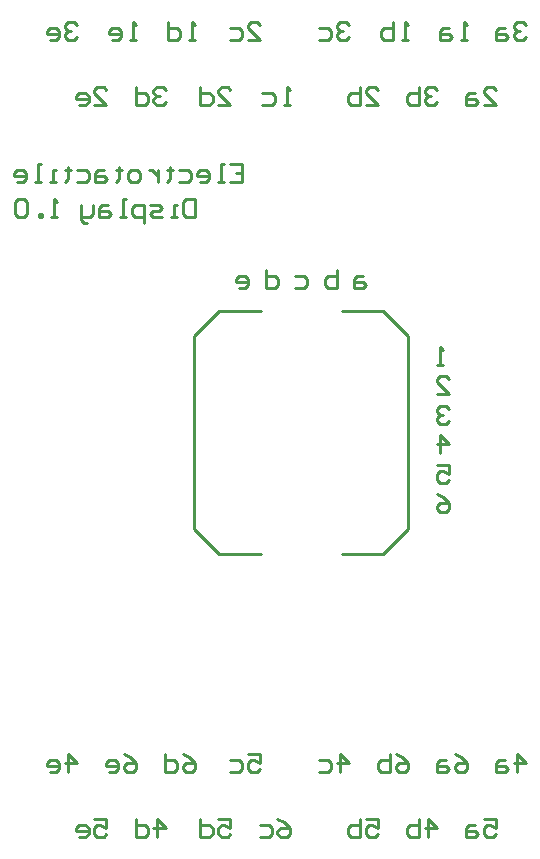
<source format=gbo>
G04*
G04 #@! TF.GenerationSoftware,Altium Limited,CircuitStudio,1.5.2 (30)*
G04*
G04 Layer_Color=13948096*
%FSLAX42Y42*%
%MOMM*%
G71*
G01*
G75*
%ADD10C,0.25*%
D10*
X4135Y4295D02*
X4345Y4085D01*
X4135Y5935D02*
X4345Y6145D01*
X5735D02*
X5945Y5935D01*
X5735Y4085D02*
X5945Y4295D01*
X5385Y6145D02*
X5735D01*
X5945Y5580D02*
Y5930D01*
Y4295D02*
Y5590D01*
X5380Y4085D02*
X5730D01*
X4345D02*
X4695D01*
X4135Y4300D02*
Y5585D01*
Y5935D01*
X4350Y6145D02*
X4700D01*
X6338Y2392D02*
X6389Y2367D01*
X6440Y2316D01*
Y2265D01*
X6415Y2240D01*
X6364D01*
X6338Y2265D01*
Y2291D01*
X6364Y2316D01*
X6440D01*
X6262Y2342D02*
X6211D01*
X6186Y2316D01*
Y2240D01*
X6262D01*
X6288Y2265D01*
X6262Y2291D01*
X6186D01*
X5838Y2392D02*
X5889Y2367D01*
X5940Y2316D01*
Y2265D01*
X5915Y2240D01*
X5864D01*
X5838Y2265D01*
Y2291D01*
X5864Y2316D01*
X5940D01*
X5788Y2392D02*
Y2240D01*
X5711D01*
X5686Y2265D01*
Y2291D01*
Y2316D01*
X5711Y2342D01*
X5788D01*
X4838Y1842D02*
X4889Y1817D01*
X4940Y1766D01*
Y1715D01*
X4915Y1690D01*
X4864D01*
X4838Y1715D01*
Y1741D01*
X4864Y1766D01*
X4940D01*
X4686Y1792D02*
X4762D01*
X4788Y1766D01*
Y1715D01*
X4762Y1690D01*
X4686D01*
X6864Y2240D02*
Y2392D01*
X6940Y2316D01*
X6838D01*
X6762Y2342D02*
X6711D01*
X6686Y2316D01*
Y2240D01*
X6762D01*
X6788Y2265D01*
X6762Y2291D01*
X6686D01*
X6588Y1842D02*
X6690D01*
Y1766D01*
X6639Y1792D01*
X6614D01*
X6588Y1766D01*
Y1715D01*
X6614Y1690D01*
X6665D01*
X6690Y1715D01*
X6512Y1792D02*
X6461D01*
X6436Y1766D01*
Y1690D01*
X6512D01*
X6538Y1715D01*
X6512Y1741D01*
X6436D01*
X6114Y1690D02*
Y1842D01*
X6190Y1766D01*
X6088D01*
X6038Y1842D02*
Y1690D01*
X5961D01*
X5936Y1715D01*
Y1741D01*
Y1766D01*
X5961Y1792D01*
X6038D01*
X5588Y1842D02*
X5690D01*
Y1766D01*
X5639Y1792D01*
X5614D01*
X5588Y1766D01*
Y1715D01*
X5614Y1690D01*
X5665D01*
X5690Y1715D01*
X5538Y1842D02*
Y1690D01*
X5461D01*
X5436Y1715D01*
Y1741D01*
Y1766D01*
X5461Y1792D01*
X5538D01*
X5364Y2240D02*
Y2392D01*
X5440Y2316D01*
X5338D01*
X5186Y2342D02*
X5262D01*
X5288Y2316D01*
Y2265D01*
X5262Y2240D01*
X5186D01*
X4588Y2392D02*
X4690D01*
Y2316D01*
X4639Y2342D01*
X4614D01*
X4588Y2316D01*
Y2265D01*
X4614Y2240D01*
X4665D01*
X4690Y2265D01*
X4436Y2342D02*
X4512D01*
X4538Y2316D01*
Y2265D01*
X4512Y2240D01*
X4436D01*
X4338Y1842D02*
X4440D01*
Y1766D01*
X4389Y1792D01*
X4364D01*
X4338Y1766D01*
Y1715D01*
X4364Y1690D01*
X4415D01*
X4440Y1715D01*
X4186Y1842D02*
Y1690D01*
X4262D01*
X4288Y1715D01*
Y1766D01*
X4262Y1792D01*
X4186D01*
X4038Y2392D02*
X4089Y2367D01*
X4140Y2316D01*
Y2265D01*
X4115Y2240D01*
X4064D01*
X4038Y2265D01*
Y2291D01*
X4064Y2316D01*
X4140D01*
X3886Y2392D02*
Y2240D01*
X3962D01*
X3988Y2265D01*
Y2316D01*
X3962Y2342D01*
X3886D01*
X3814Y1690D02*
Y1842D01*
X3890Y1766D01*
X3788D01*
X3636Y1842D02*
Y1690D01*
X3712D01*
X3738Y1715D01*
Y1766D01*
X3712Y1792D01*
X3636D01*
X3538Y2392D02*
X3589Y2367D01*
X3640Y2316D01*
Y2265D01*
X3615Y2240D01*
X3564D01*
X3538Y2265D01*
Y2291D01*
X3564Y2316D01*
X3640D01*
X3411Y2240D02*
X3462D01*
X3488Y2265D01*
Y2316D01*
X3462Y2342D01*
X3411D01*
X3386Y2316D01*
Y2291D01*
X3488D01*
X3288Y1842D02*
X3390D01*
Y1766D01*
X3339Y1792D01*
X3314D01*
X3288Y1766D01*
Y1715D01*
X3314Y1690D01*
X3365D01*
X3390Y1715D01*
X3161Y1690D02*
X3212D01*
X3238Y1715D01*
Y1766D01*
X3212Y1792D01*
X3161D01*
X3136Y1766D01*
Y1741D01*
X3238D01*
X3064Y2240D02*
Y2392D01*
X3140Y2316D01*
X3038D01*
X2911Y2240D02*
X2962D01*
X2988Y2265D01*
Y2316D01*
X2962Y2342D01*
X2911D01*
X2886Y2316D01*
Y2291D01*
X2988D01*
X3140Y8567D02*
X3115Y8592D01*
X3064D01*
X3038Y8567D01*
Y8542D01*
X3064Y8516D01*
X3089D01*
X3064D01*
X3038Y8491D01*
Y8465D01*
X3064Y8440D01*
X3115D01*
X3140Y8465D01*
X2911Y8440D02*
X2962D01*
X2988Y8465D01*
Y8516D01*
X2962Y8542D01*
X2911D01*
X2886Y8516D01*
Y8491D01*
X2988D01*
X3288Y7890D02*
X3390D01*
X3288Y7992D01*
Y8017D01*
X3314Y8042D01*
X3365D01*
X3390Y8017D01*
X3161Y7890D02*
X3212D01*
X3238Y7915D01*
Y7966D01*
X3212Y7992D01*
X3161D01*
X3136Y7966D01*
Y7941D01*
X3238D01*
X3640Y8440D02*
X3589D01*
X3615D01*
Y8592D01*
X3640Y8567D01*
X3437Y8440D02*
X3488D01*
X3513Y8465D01*
Y8516D01*
X3488Y8542D01*
X3437D01*
X3411Y8516D01*
Y8491D01*
X3513D01*
X3890Y8017D02*
X3865Y8042D01*
X3814D01*
X3788Y8017D01*
Y7992D01*
X3814Y7966D01*
X3839D01*
X3814D01*
X3788Y7941D01*
Y7915D01*
X3814Y7890D01*
X3865D01*
X3890Y7915D01*
X3636Y8042D02*
Y7890D01*
X3712D01*
X3738Y7915D01*
Y7966D01*
X3712Y7992D01*
X3636D01*
X4140Y8440D02*
X4089D01*
X4115D01*
Y8592D01*
X4140Y8567D01*
X3911Y8592D02*
Y8440D01*
X3988D01*
X4013Y8465D01*
Y8516D01*
X3988Y8542D01*
X3911D01*
X4338Y7890D02*
X4440D01*
X4338Y7992D01*
Y8017D01*
X4364Y8042D01*
X4415D01*
X4440Y8017D01*
X4186Y8042D02*
Y7890D01*
X4262D01*
X4288Y7915D01*
Y7966D01*
X4262Y7992D01*
X4186D01*
X4588Y8440D02*
X4690D01*
X4588Y8542D01*
Y8567D01*
X4614Y8592D01*
X4665D01*
X4690Y8567D01*
X4436Y8542D02*
X4512D01*
X4538Y8516D01*
Y8465D01*
X4512Y8440D01*
X4436D01*
X5440Y8567D02*
X5415Y8592D01*
X5364D01*
X5338Y8567D01*
Y8542D01*
X5364Y8516D01*
X5389D01*
X5364D01*
X5338Y8491D01*
Y8465D01*
X5364Y8440D01*
X5415D01*
X5440Y8465D01*
X5186Y8542D02*
X5262D01*
X5288Y8516D01*
Y8465D01*
X5262Y8440D01*
X5186D01*
X5588Y7890D02*
X5690D01*
X5588Y7992D01*
Y8017D01*
X5614Y8042D01*
X5665D01*
X5690Y8017D01*
X5538Y8042D02*
Y7890D01*
X5461D01*
X5436Y7915D01*
Y7941D01*
Y7966D01*
X5461Y7992D01*
X5538D01*
X6190Y8017D02*
X6165Y8042D01*
X6114D01*
X6088Y8017D01*
Y7992D01*
X6114Y7966D01*
X6139D01*
X6114D01*
X6088Y7941D01*
Y7915D01*
X6114Y7890D01*
X6165D01*
X6190Y7915D01*
X6038Y8042D02*
Y7890D01*
X5961D01*
X5936Y7915D01*
Y7941D01*
Y7966D01*
X5961Y7992D01*
X6038D01*
X6588Y7890D02*
X6690D01*
X6588Y7992D01*
Y8017D01*
X6614Y8042D01*
X6665D01*
X6690Y8017D01*
X6512Y7992D02*
X6461D01*
X6436Y7966D01*
Y7890D01*
X6512D01*
X6538Y7915D01*
X6512Y7941D01*
X6436D01*
X6940Y8567D02*
X6915Y8592D01*
X6864D01*
X6838Y8567D01*
Y8542D01*
X6864Y8516D01*
X6889D01*
X6864D01*
X6838Y8491D01*
Y8465D01*
X6864Y8440D01*
X6915D01*
X6940Y8465D01*
X6762Y8542D02*
X6711D01*
X6686Y8516D01*
Y8440D01*
X6762D01*
X6788Y8465D01*
X6762Y8491D01*
X6686D01*
X4940Y7890D02*
X4889D01*
X4915D01*
Y8042D01*
X4940Y8017D01*
X4711Y7992D02*
X4788D01*
X4813Y7966D01*
Y7915D01*
X4788Y7890D01*
X4711D01*
X5940Y8440D02*
X5889D01*
X5915D01*
Y8592D01*
X5940Y8567D01*
X5813Y8592D02*
Y8440D01*
X5737D01*
X5711Y8465D01*
Y8491D01*
Y8516D01*
X5737Y8542D01*
X5813D01*
X6440Y8440D02*
X6389D01*
X6415D01*
Y8592D01*
X6440Y8567D01*
X6288Y8542D02*
X6237D01*
X6211Y8516D01*
Y8440D01*
X6288D01*
X6313Y8465D01*
X6288Y8491D01*
X6211D01*
X6188Y4592D02*
X6239Y4567D01*
X6290Y4516D01*
Y4465D01*
X6265Y4440D01*
X6214D01*
X6188Y4465D01*
Y4491D01*
X6214Y4516D01*
X6290D01*
X6188Y4842D02*
X6290D01*
Y4766D01*
X6239Y4792D01*
X6214D01*
X6188Y4766D01*
Y4715D01*
X6214Y4690D01*
X6265D01*
X6290Y4715D01*
X6214Y4940D02*
Y5092D01*
X6290Y5016D01*
X6188D01*
X6290Y5317D02*
X6265Y5342D01*
X6214D01*
X6188Y5317D01*
Y5292D01*
X6214Y5266D01*
X6239D01*
X6214D01*
X6188Y5241D01*
Y5215D01*
X6214Y5190D01*
X6265D01*
X6290Y5215D01*
X6188Y5440D02*
X6290D01*
X6188Y5542D01*
Y5567D01*
X6214Y5592D01*
X6265D01*
X6290Y5567D01*
X6240Y5690D02*
X6189D01*
X6215D01*
Y5842D01*
X6240Y5817D01*
X4514Y6340D02*
X4565D01*
X4590Y6365D01*
Y6416D01*
X4565Y6442D01*
X4514D01*
X4488Y6416D01*
Y6391D01*
X4590D01*
X4738Y6492D02*
Y6340D01*
X4815D01*
X4840Y6365D01*
Y6416D01*
X4815Y6442D01*
X4738D01*
X4988D02*
X5065D01*
X5090Y6416D01*
Y6365D01*
X5065Y6340D01*
X4988D01*
X5340Y6492D02*
Y6340D01*
X5264D01*
X5238Y6365D01*
Y6391D01*
Y6416D01*
X5264Y6442D01*
X5340D01*
X5565D02*
X5514D01*
X5488Y6416D01*
Y6340D01*
X5565D01*
X5590Y6365D01*
X5565Y6391D01*
X5488D01*
X4140Y7092D02*
Y6940D01*
X4064D01*
X4038Y6965D01*
Y7067D01*
X4064Y7092D01*
X4140D01*
X3988Y6940D02*
X3937D01*
X3962D01*
Y7042D01*
X3988D01*
X3861Y6940D02*
X3785D01*
X3759Y6965D01*
X3785Y6991D01*
X3835D01*
X3861Y7016D01*
X3835Y7042D01*
X3759D01*
X3708Y6889D02*
Y7042D01*
X3632D01*
X3607Y7016D01*
Y6965D01*
X3632Y6940D01*
X3708D01*
X3556D02*
X3505D01*
X3531D01*
Y7092D01*
X3556D01*
X3404Y7042D02*
X3353D01*
X3327Y7016D01*
Y6940D01*
X3404D01*
X3429Y6965D01*
X3404Y6991D01*
X3327D01*
X3277Y7042D02*
Y6965D01*
X3251Y6940D01*
X3175D01*
Y6915D01*
X3201Y6889D01*
X3226D01*
X3175Y6940D02*
Y7042D01*
X2972Y6940D02*
X2921D01*
X2947D01*
Y7092D01*
X2972Y7067D01*
X2845Y6940D02*
Y6965D01*
X2820D01*
Y6940D01*
X2845D01*
X2718Y7067D02*
X2693Y7092D01*
X2642D01*
X2616Y7067D01*
Y6965D01*
X2642Y6940D01*
X2693D01*
X2718Y6965D01*
Y7067D01*
X4438Y7392D02*
X4540D01*
Y7240D01*
X4438D01*
X4540Y7316D02*
X4489D01*
X4388Y7240D02*
X4337D01*
X4362D01*
Y7392D01*
X4388D01*
X4185Y7240D02*
X4235D01*
X4261Y7265D01*
Y7316D01*
X4235Y7342D01*
X4185D01*
X4159Y7316D01*
Y7291D01*
X4261D01*
X4007Y7342D02*
X4083D01*
X4108Y7316D01*
Y7265D01*
X4083Y7240D01*
X4007D01*
X3931Y7367D02*
Y7342D01*
X3956D01*
X3905D01*
X3931D01*
Y7265D01*
X3905Y7240D01*
X3829Y7342D02*
Y7240D01*
Y7291D01*
X3804Y7316D01*
X3778Y7342D01*
X3753D01*
X3651Y7240D02*
X3601D01*
X3575Y7265D01*
Y7316D01*
X3601Y7342D01*
X3651D01*
X3677Y7316D01*
Y7265D01*
X3651Y7240D01*
X3499Y7367D02*
Y7342D01*
X3524D01*
X3474D01*
X3499D01*
Y7265D01*
X3474Y7240D01*
X3372Y7342D02*
X3321D01*
X3296Y7316D01*
Y7240D01*
X3372D01*
X3397Y7265D01*
X3372Y7291D01*
X3296D01*
X3143Y7342D02*
X3220D01*
X3245Y7316D01*
Y7265D01*
X3220Y7240D01*
X3143D01*
X3067Y7367D02*
Y7342D01*
X3093D01*
X3042D01*
X3067D01*
Y7265D01*
X3042Y7240D01*
X2966D02*
X2915D01*
X2940D01*
Y7342D01*
X2966D01*
X2839Y7240D02*
X2788D01*
X2813D01*
Y7392D01*
X2839D01*
X2636Y7240D02*
X2686D01*
X2712Y7265D01*
Y7316D01*
X2686Y7342D01*
X2636D01*
X2610Y7316D01*
Y7291D01*
X2712D01*
M02*

</source>
